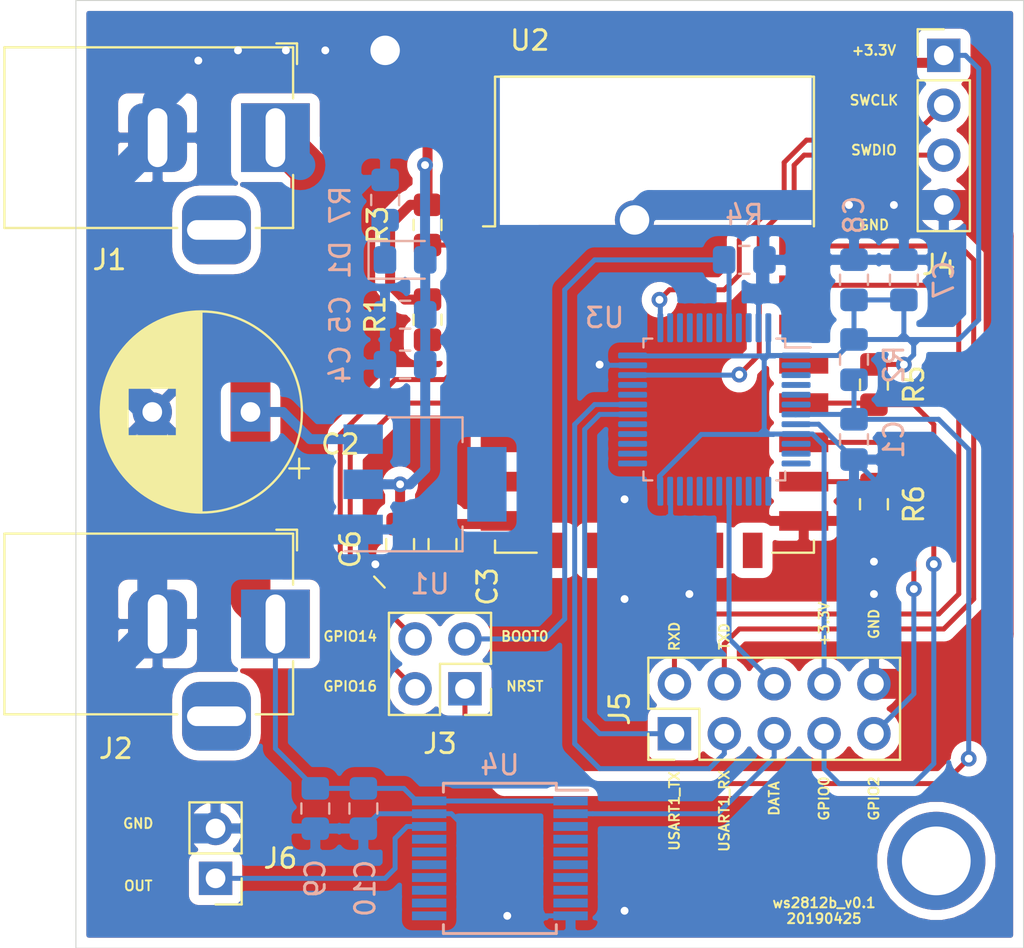
<source format=kicad_pcb>
(kicad_pcb (version 20171130) (host pcbnew "(5.1.0-0)")
  (layers (0 F.Cu signal) (31 B.Cu signal) (34 B.Paste user) (35 F.Paste user) (36 B.SilkS user) (37 F.SilkS user) (38 B.Mask user) (39 F.Mask user) (44 Edge.Cuts user))
  (net 0 "")
  (net 1 /NRST)
  (net 2 0)
  (net 3 +5V)
  (net 4 +3V3)
  (net 5 "Net-(D1-Pad1)")
  (net 6 /GPIO14)
  (net 7 /BOOT0)
  (net 8 /GPIO16)
  (net 9 /SWDIO)
  (net 10 /SWCLK)
  (net 11 "Net-(J6-Pad1)")
  (net 12 /TXD)
  (net 13 /RXD)
  (net 14 "Net-(R1-Pad2)")
  (net 15 /GPIO0)
  (net 16 /GPIO2)
  (net 17 /USART1_TX)
  (net 18 /USART1_RX)
  (net 19 "Net-(R3-Pad2)")
  (net 20 "Net-(R6-Pad1)")
  (net 21 "Net-(U2-Pad2)")
  (net 22 "Net-(U2-Pad6)")
  (net 23 "Net-(U2-Pad7)")
  (net 24 "Net-(U2-Pad9)")
  (net 25 "Net-(U2-Pad10)")
  (net 26 "Net-(U2-Pad11)")
  (net 27 "Net-(U2-Pad12)")
  (net 28 "Net-(U2-Pad13)")
  (net 29 "Net-(U2-Pad14)")
  (net 30 "Net-(U2-Pad19)")
  (net 31 "Net-(U2-Pad20)")
  (net 32 "Net-(U3-Pad2)")
  (net 33 "Net-(U3-Pad3)")
  (net 34 "Net-(U3-Pad4)")
  (net 35 "Net-(U3-Pad5)")
  (net 36 "Net-(U3-Pad6)")
  (net 37 "Net-(U3-Pad10)")
  (net 38 "Net-(U3-Pad11)")
  (net 39 "Net-(U3-Pad14)")
  (net 40 "Net-(U3-Pad15)")
  (net 41 "Net-(U3-Pad16)")
  (net 42 "Net-(U3-Pad18)")
  (net 43 "Net-(U3-Pad19)")
  (net 44 "Net-(U3-Pad20)")
  (net 45 "Net-(U3-Pad21)")
  (net 46 "Net-(U3-Pad22)")
  (net 47 "Net-(U3-Pad25)")
  (net 48 "Net-(U3-Pad26)")
  (net 49 "Net-(U3-Pad27)")
  (net 50 "Net-(U3-Pad28)")
  (net 51 "Net-(U3-Pad29)")
  (net 52 "Net-(U3-Pad32)")
  (net 53 "Net-(U3-Pad33)")
  (net 54 "Net-(U3-Pad38)")
  (net 55 "Net-(U3-Pad39)")
  (net 56 "Net-(U3-Pad40)")
  (net 57 "Net-(U3-Pad41)")
  (net 58 "Net-(U3-Pad42)")
  (net 59 "Net-(U3-Pad43)")
  (net 60 "Net-(U3-Pad45)")
  (net 61 "Net-(U3-Pad46)")
  (net 62 "Net-(U4-Pad3)")
  (net 63 "Net-(U4-Pad4)")
  (net 64 "Net-(U4-Pad5)")
  (net 65 "Net-(U4-Pad6)")
  (net 66 "Net-(U4-Pad7)")
  (net 67 "Net-(U4-Pad8)")
  (net 68 "Net-(U4-Pad9)")
  (net 69 "Net-(U4-Pad11)")
  (net 70 "Net-(U4-Pad12)")
  (net 71 "Net-(U4-Pad13)")
  (net 72 "Net-(U4-Pad14)")
  (net 73 "Net-(U4-Pad15)")
  (net 74 "Net-(U4-Pad16)")
  (net 75 "Net-(U4-Pad17)")
  (net 76 "Net-(U3-Pad12)")
  (net 77 "Net-(U3-Pad13)")
  (net 78 /DATA_OUT)
  (net 79 /DATA_IN)
  (module Package_QFP:LQFP-48_7x7mm_P0.5mm (layer B.Cu) (at 83.312 46.228 180)
    (fp_text reference U3 (at 5.588 4.6705 180) (layer B.SilkS) (effects (justify mirror)))
    (fp_text value STM32F103C8Tx)
    (pad 1 smd roundrect (at -4.1625 2.75 180) (size 1.475 0.3) (layers B.Cu B.Paste B.Mask) (net 4 +3V3))
    (pad 2 smd roundrect (at -4.1625 2.25 180) (size 1.475 0.3) (layers B.Cu B.Paste B.Mask) (net 32 "Net-(U3-Pad2)"))
    (pad 3 smd roundrect (at -4.1625 1.75 180) (size 1.475 0.3) (layers B.Cu B.Paste B.Mask) (net 33 "Net-(U3-Pad3)"))
    (pad 4 smd roundrect (at -4.1625 1.25 180) (size 1.475 0.3) (layers B.Cu B.Paste B.Mask) (net 34 "Net-(U3-Pad4)"))
    (pad 5 smd roundrect (at -4.1625 0.75 180) (size 1.475 0.3) (layers B.Cu B.Paste B.Mask) (net 35 "Net-(U3-Pad5)"))
    (pad 6 smd roundrect (at -4.1625 0.25 180) (size 1.475 0.3) (layers B.Cu B.Paste B.Mask) (net 36 "Net-(U3-Pad6)"))
    (pad 7 smd roundrect (at -4.1625 -0.25 180) (size 1.475 0.3) (layers B.Cu B.Paste B.Mask) (net 1 /NRST))
    (pad 8 smd roundrect (at -4.1625 -0.75 180) (size 1.475 0.3) (layers B.Cu B.Paste B.Mask) (net 2 0))
    (pad 9 smd roundrect (at -4.1625 -1.25 180) (size 1.475 0.3) (layers B.Cu B.Paste B.Mask) (net 4 +3V3))
    (pad 10 smd roundrect (at -4.1625 -1.75 180) (size 1.475 0.3) (layers B.Cu B.Paste B.Mask) (net 37 "Net-(U3-Pad10)"))
    (pad 11 smd roundrect (at -4.1625 -2.25 180) (size 1.475 0.3) (layers B.Cu B.Paste B.Mask) (net 38 "Net-(U3-Pad11)"))
    (pad 12 smd roundrect (at -4.1625 -2.75 180) (size 1.475 0.3) (layers B.Cu B.Paste B.Mask) (net 76 "Net-(U3-Pad12)"))
    (pad 13 smd roundrect (at -2.75 -4.1625 180) (size 0.3 1.475) (layers B.Cu B.Paste B.Mask) (net 77 "Net-(U3-Pad13)"))
    (pad 14 smd roundrect (at -2.25 -4.1625 180) (size 0.3 1.475) (layers B.Cu B.Paste B.Mask) (net 39 "Net-(U3-Pad14)"))
    (pad 15 smd roundrect (at -1.75 -4.1625 180) (size 0.3 1.475) (layers B.Cu B.Paste B.Mask) (net 40 "Net-(U3-Pad15)"))
    (pad 16 smd roundrect (at -1.25 -4.1625 180) (size 0.3 1.475) (layers B.Cu B.Paste B.Mask) (net 41 "Net-(U3-Pad16)"))
    (pad 17 smd roundrect (at -0.75 -4.1625 180) (size 0.3 1.475) (layers B.Cu B.Paste B.Mask) (net 79 /DATA_IN))
    (pad 18 smd roundrect (at -0.25 -4.1625 180) (size 0.3 1.475) (layers B.Cu B.Paste B.Mask) (net 42 "Net-(U3-Pad18)"))
    (pad 19 smd roundrect (at 0.25 -4.1625 180) (size 0.3 1.475) (layers B.Cu B.Paste B.Mask) (net 43 "Net-(U3-Pad19)"))
    (pad 20 smd roundrect (at 0.75 -4.1625 180) (size 0.3 1.475) (layers B.Cu B.Paste B.Mask) (net 44 "Net-(U3-Pad20)"))
    (pad 21 smd roundrect (at 1.25 -4.1625 180) (size 0.3 1.475) (layers B.Cu B.Paste B.Mask) (net 45 "Net-(U3-Pad21)"))
    (pad 22 smd roundrect (at 1.75 -4.1625 180) (size 0.3 1.475) (layers B.Cu B.Paste B.Mask) (net 46 "Net-(U3-Pad22)"))
    (pad 23 smd roundrect (at 2.25 -4.1625 180) (size 0.3 1.475) (layers B.Cu B.Paste B.Mask) (net 2 0))
    (pad 24 smd roundrect (at 2.75 -4.1625 180) (size 0.3 1.475) (layers B.Cu B.Paste B.Mask) (net 4 +3V3))
    (pad 25 smd roundrect (at 4.1625 -2.75 180) (size 1.475 0.3) (layers B.Cu B.Paste B.Mask) (net 47 "Net-(U3-Pad25)"))
    (pad 26 smd roundrect (at 4.1625 -2.25 180) (size 1.475 0.3) (layers B.Cu B.Paste B.Mask) (net 48 "Net-(U3-Pad26)"))
    (pad 27 smd roundrect (at 4.1625 -1.75 180) (size 1.475 0.3) (layers B.Cu B.Paste B.Mask) (net 49 "Net-(U3-Pad27)"))
    (pad 28 smd roundrect (at 4.1625 -1.25 180) (size 1.475 0.3) (layers B.Cu B.Paste B.Mask) (net 50 "Net-(U3-Pad28)"))
    (pad 29 smd roundrect (at 4.1625 -0.75 180) (size 1.475 0.3) (layers B.Cu B.Paste B.Mask) (net 51 "Net-(U3-Pad29)"))
    (pad 30 smd roundrect (at 4.1625 -0.25 180) (size 1.475 0.3) (layers B.Cu B.Paste B.Mask) (net 17 /USART1_TX))
    (pad 31 smd roundrect (at 4.1625 0.25 180) (size 1.475 0.3) (layers B.Cu B.Paste B.Mask) (net 18 /USART1_RX))
    (pad 32 smd roundrect (at 4.1625 0.75 180) (size 1.475 0.3) (layers B.Cu B.Paste B.Mask) (net 52 "Net-(U3-Pad32)"))
    (pad 33 smd roundrect (at 4.1625 1.25 180) (size 1.475 0.3) (layers B.Cu B.Paste B.Mask) (net 53 "Net-(U3-Pad33)"))
    (pad 34 smd roundrect (at 4.1625 1.75 180) (size 1.475 0.3) (layers B.Cu B.Paste B.Mask) (net 9 /SWDIO))
    (pad 35 smd roundrect (at 4.1625 2.25 180) (size 1.475 0.3) (layers B.Cu B.Paste B.Mask) (net 2 0))
    (pad 36 smd roundrect (at 4.1625 2.75 180) (size 1.475 0.3) (layers B.Cu B.Paste B.Mask) (net 4 +3V3))
    (pad 37 smd roundrect (at 2.75 4.1625 180) (size 0.3 1.475) (layers B.Cu B.Paste B.Mask) (net 10 /SWCLK))
    (pad 38 smd roundrect (at 2.25 4.1625 180) (size 0.3 1.475) (layers B.Cu B.Paste B.Mask) (net 54 "Net-(U3-Pad38)"))
    (pad 39 smd roundrect (at 1.75 4.1625 180) (size 0.3 1.475) (layers B.Cu B.Paste B.Mask) (net 55 "Net-(U3-Pad39)"))
    (pad 40 smd roundrect (at 1.25 4.1625 180) (size 0.3 1.475) (layers B.Cu B.Paste B.Mask) (net 56 "Net-(U3-Pad40)"))
    (pad 41 smd roundrect (at 0.75 4.1625 180) (size 0.3 1.475) (layers B.Cu B.Paste B.Mask) (net 57 "Net-(U3-Pad41)"))
    (pad 42 smd roundrect (at 0.25 4.1625 180) (size 0.3 1.475) (layers B.Cu B.Paste B.Mask) (net 58 "Net-(U3-Pad42)"))
    (pad 43 smd roundrect (at -0.25 4.1625 180) (size 0.3 1.475) (layers B.Cu B.Paste B.Mask) (net 59 "Net-(U3-Pad43)"))
    (pad 44 smd roundrect (at -0.75 4.1625 180) (size 0.3 1.475) (layers B.Cu B.Paste B.Mask) (net 7 /BOOT0))
    (pad 45 smd roundrect (at -1.25 4.1625 180) (size 0.3 1.475) (layers B.Cu B.Paste B.Mask) (net 60 "Net-(U3-Pad45)"))
    (pad 46 smd roundrect (at -1.75 4.1625 180) (size 0.3 1.475) (layers B.Cu B.Paste B.Mask) (net 61 "Net-(U3-Pad46)"))
    (pad 47 smd roundrect (at -2.25 4.1625 180) (size 0.3 1.475) (layers B.Cu B.Paste B.Mask) (net 2 0))
    (pad 48 smd roundrect (at -2.75 4.1625 180) (size 0.3 1.475) (layers B.Cu B.Paste B.Mask) (net 4 +3V3))
  )
  (module Connector_PinHeader_2.54mm:PinHeader_1x02_P2.54mm_Vertical (layer F.Cu) (at 57.912 70.104 180)
    (fp_text reference J6 (at -3.302 1.016 180) (layer F.SilkS))
    (fp_text value Conn_01x02)
    (pad 1 thru_hole rect (at 0 0 180) (size 1.7 1.7) (drill 1) (layers *.Cu *.Mask) (net 11 "Net-(J6-Pad1)"))
    (pad 2 thru_hole oval (at 0 2.54 180) (size 1.7 1.7) (drill 1) (layers *.Cu *.Mask) (net 2 0))
  )
  (module Capacitor_SMD:C_0805_2012Metric_Pad1.15x1.40mm_HandSolder (layer B.Cu) (at 90.424 47.752 270)
    (fp_text reference C1 (at 0 -2.032 270) (layer B.SilkS) (effects (justify mirror)))
    (fp_text value 0.1uF)
    (pad 1 smd roundrect (at -1.025 0 270) (size 1.15 1.4) (layers B.Cu B.Paste B.Mask) (roundrect_rratio 0.217391) (net 1 /NRST))
    (pad 2 smd roundrect (at 1.025 0 270) (size 1.15 1.4) (layers B.Cu B.Paste B.Mask) (roundrect_rratio 0.217391) (net 2 0))
  )
  (module Capacitor_THT:CP_Radial_D10.0mm_P5.00mm (layer F.Cu) (at 59.69 46.355 180)
    (fp_text reference C2 (at -4.572 -1.651) (layer F.SilkS))
    (fp_text value 470uF)
    (pad 1 thru_hole rect (at 0 0 180) (size 2 2) (drill 1) (layers *.Cu *.Mask) (net 3 +5V))
    (pad 2 thru_hole circle (at 5 0 180) (size 2 2) (drill 1) (layers *.Cu *.Mask) (net 2 0))
  )
  (module Capacitor_SMD:C_0805_2012Metric_Pad1.15x1.40mm_HandSolder (layer F.Cu) (at 69.469 53.086 270)
    (fp_text reference C3 (at 2.159 -2.286 90) (layer F.SilkS))
    (fp_text value 10uF)
    (pad 2 smd roundrect (at 1.025 0 270) (size 1.15 1.4) (layers F.Cu F.Paste F.Mask) (roundrect_rratio 0.217391) (net 2 0))
    (pad 1 smd roundrect (at -1.025 0 270) (size 1.15 1.4) (layers F.Cu F.Paste F.Mask) (roundrect_rratio 0.217391) (net 4 +3V3))
  )
  (module Capacitor_SMD:C_0805_2012Metric_Pad1.15x1.40mm_HandSolder (layer B.Cu) (at 67.564 43.942 180)
    (fp_text reference C4 (at 3.302 0 270) (layer B.SilkS) (effects (justify mirror)))
    (fp_text value 10uF)
    (pad 2 smd roundrect (at 1.025 0 180) (size 1.15 1.4) (layers B.Cu B.Paste B.Mask) (roundrect_rratio 0.217391) (net 2 0))
    (pad 1 smd roundrect (at -1.025 0 180) (size 1.15 1.4) (layers B.Cu B.Paste B.Mask) (roundrect_rratio 0.217391) (net 4 +3V3))
  )
  (module Capacitor_SMD:C_0805_2012Metric_Pad1.15x1.40mm_HandSolder (layer B.Cu) (at 67.564 41.402 180)
    (fp_text reference C5 (at 3.302 0 270) (layer B.SilkS) (effects (justify mirror)))
    (fp_text value 0.1uf)
    (pad 1 smd roundrect (at -1.025 0 180) (size 1.15 1.4) (layers B.Cu B.Paste B.Mask) (roundrect_rratio 0.217391) (net 4 +3V3))
    (pad 2 smd roundrect (at 1.025 0 180) (size 1.15 1.4) (layers B.Cu B.Paste B.Mask) (roundrect_rratio 0.217391) (net 2 0))
  )
  (module Capacitor_SMD:C_0805_2012Metric_Pad1.15x1.40mm_HandSolder (layer F.Cu) (at 67.31 53.086 270)
    (fp_text reference C6 (at 0.254 2.54 90) (layer F.SilkS))
    (fp_text value 0.1uF)
    (pad 1 smd roundrect (at -1.025 0 270) (size 1.15 1.4) (layers F.Cu F.Paste F.Mask) (roundrect_rratio 0.217391) (net 4 +3V3))
    (pad 2 smd roundrect (at 1.025 0 270) (size 1.15 1.4) (layers F.Cu F.Paste F.Mask) (roundrect_rratio 0.217391) (net 2 0))
  )
  (module Capacitor_SMD:C_0805_2012Metric_Pad1.15x1.40mm_HandSolder (layer B.Cu) (at 92.964 39.624 90)
    (fp_text reference C7 (at 0 2.032 90) (layer B.SilkS) (effects (justify mirror)))
    (fp_text value 10uF)
    (pad 2 smd roundrect (at 1.025 0 90) (size 1.15 1.4) (layers B.Cu B.Paste B.Mask) (roundrect_rratio 0.217391) (net 2 0))
    (pad 1 smd roundrect (at -1.025 0 90) (size 1.15 1.4) (layers B.Cu B.Paste B.Mask) (roundrect_rratio 0.217391) (net 4 +3V3))
  )
  (module Capacitor_SMD:C_0805_2012Metric_Pad1.15x1.40mm_HandSolder (layer B.Cu) (at 90.424 39.624 90)
    (fp_text reference C8 (at 3.302 0 90) (layer B.SilkS) (effects (justify mirror)))
    (fp_text value 0.1uF)
    (pad 1 smd roundrect (at -1.025 0 90) (size 1.15 1.4) (layers B.Cu B.Paste B.Mask) (roundrect_rratio 0.217391) (net 4 +3V3))
    (pad 2 smd roundrect (at 1.025 0 90) (size 1.15 1.4) (layers B.Cu B.Paste B.Mask) (roundrect_rratio 0.217391) (net 2 0))
  )
  (module Capacitor_SMD:C_0805_2012Metric_Pad1.15x1.40mm_HandSolder (layer B.Cu) (at 62.992 66.548 270)
    (fp_text reference C9 (at 3.556 0 270) (layer B.SilkS) (effects (justify mirror)))
    (fp_text value 10uF)
    (pad 2 smd roundrect (at 1.025 0 270) (size 1.15 1.4) (layers B.Cu B.Paste B.Mask) (roundrect_rratio 0.217391) (net 2 0))
    (pad 1 smd roundrect (at -1.025 0 270) (size 1.15 1.4) (layers B.Cu B.Paste B.Mask) (roundrect_rratio 0.217391) (net 3 +5V))
  )
  (module Capacitor_SMD:C_0805_2012Metric_Pad1.15x1.40mm_HandSolder (layer B.Cu) (at 65.438999 66.548 270)
    (fp_text reference C10 (at 4.064 -0.093001 270) (layer B.SilkS) (effects (justify mirror)))
    (fp_text value 0.1uF)
    (pad 1 smd roundrect (at -1.025 0 270) (size 1.15 1.4) (layers B.Cu B.Paste B.Mask) (roundrect_rratio 0.217391) (net 3 +5V))
    (pad 2 smd roundrect (at 1.025 0 270) (size 1.15 1.4) (layers B.Cu B.Paste B.Mask) (roundrect_rratio 0.217391) (net 2 0))
  )
  (module LED_SMD:LED_0805_2012Metric_Pad1.15x1.40mm_HandSolder (layer B.Cu) (at 67.564 38.608)
    (fp_text reference D1 (at -3.302 0 270) (layer B.SilkS) (effects (justify mirror)))
    (fp_text value LED)
    (pad 1 smd roundrect (at -1.025 0) (size 1.15 1.4) (layers B.Cu B.Paste B.Mask) (roundrect_rratio 0.217391) (net 5 "Net-(D1-Pad1)"))
    (pad 2 smd roundrect (at 1.025 0) (size 1.15 1.4) (layers B.Cu B.Paste B.Mask) (roundrect_rratio 0.217391) (net 4 +3V3))
  )
  (module Connector_BarrelJack:BarrelJack_Horizontal (layer F.Cu) (at 60.96 32.385)
    (fp_text reference J1 (at -8.45 6.223) (layer F.SilkS))
    (fp_text value Jack-DC)
    (pad 1 thru_hole rect (at 0 0) (size 3.5 3.5) (drill oval 1 3) (layers *.Cu *.Mask) (net 3 +5V))
    (pad 2 thru_hole roundrect (at -6 0) (size 3 3.5) (drill oval 1 3) (layers *.Cu *.Mask) (net 2 0))
    (pad 3 thru_hole roundrect (at -3 4.7) (size 3.5 3.5) (drill oval 3 1) (layers *.Cu *.Mask))
  )
  (module Connector_BarrelJack:BarrelJack_Horizontal (layer F.Cu) (at 60.96 57.15)
    (fp_text reference J2 (at -8.128 6.35) (layer F.SilkS))
    (fp_text value Jack-DC)
    (pad 3 thru_hole roundrect (at -3 4.7) (size 3.5 3.5) (drill oval 3 1) (layers *.Cu *.Mask))
    (pad 2 thru_hole roundrect (at -6 0) (size 3 3.5) (drill oval 1 3) (layers *.Cu *.Mask) (net 2 0))
    (pad 1 thru_hole rect (at 0 0) (size 3.5 3.5) (drill oval 1 3) (layers *.Cu *.Mask) (net 3 +5V))
  )
  (module Connector_PinHeader_2.54mm:PinHeader_2x02_P2.54mm_Vertical (layer F.Cu) (at 70.612 60.452 180)
    (fp_text reference J3 (at 1.27 -2.794 180) (layer F.SilkS))
    (fp_text value Conn_02x02_Top_Bottom)
    (pad 4 thru_hole oval (at 2.54 2.54 180) (size 1.7 1.7) (drill 1) (layers *.Cu *.Mask) (net 6 /GPIO14))
    (pad 3 thru_hole oval (at 0 2.54 180) (size 1.7 1.7) (drill 1) (layers *.Cu *.Mask) (net 7 /BOOT0))
    (pad 2 thru_hole oval (at 2.54 0 180) (size 1.7 1.7) (drill 1) (layers *.Cu *.Mask) (net 8 /GPIO16))
    (pad 1 thru_hole rect (at 0 0 180) (size 1.7 1.7) (drill 1) (layers *.Cu *.Mask) (net 1 /NRST))
  )
  (module Connector_PinHeader_2.54mm:PinHeader_1x04_P2.54mm_Vertical (layer F.Cu) (at 94.996 28.194)
    (fp_text reference J4 (at -0.254 10.668) (layer F.SilkS))
    (fp_text value Conn_01x04)
    (pad 4 thru_hole oval (at 0 7.62) (size 1.7 1.7) (drill 1) (layers *.Cu *.Mask) (net 2 0))
    (pad 3 thru_hole oval (at 0 5.08) (size 1.7 1.7) (drill 1) (layers *.Cu *.Mask) (net 9 /SWDIO))
    (pad 2 thru_hole oval (at 0 2.54) (size 1.7 1.7) (drill 1) (layers *.Cu *.Mask) (net 10 /SWCLK))
    (pad 1 thru_hole rect (at 0 0) (size 1.7 1.7) (drill 1) (layers *.Cu *.Mask) (net 4 +3V3))
  )
  (module Resistor_SMD:R_0805_2012Metric_Pad1.15x1.40mm_HandSolder (layer F.Cu) (at 68.707 41.656 270)
    (fp_text reference R1 (at -0.254 2.667 270) (layer F.SilkS))
    (fp_text value 10k)
    (pad 2 smd roundrect (at 1.025 0 270) (size 1.15 1.4) (layers F.Cu F.Paste F.Mask) (roundrect_rratio 0.217391) (net 14 "Net-(R1-Pad2)"))
    (pad 1 smd roundrect (at -1.025 0 270) (size 1.15 1.4) (layers F.Cu F.Paste F.Mask) (roundrect_rratio 0.217391) (net 4 +3V3))
  )
  (module Resistor_SMD:R_0805_2012Metric_Pad1.15x1.40mm_HandSolder (layer B.Cu) (at 90.424 43.688 270)
    (fp_text reference R2 (at 0.254 -2.032 270) (layer B.SilkS) (effects (justify mirror)))
    (fp_text value 10K)
    (pad 1 smd roundrect (at -1.025 0 270) (size 1.15 1.4) (layers B.Cu B.Paste B.Mask) (roundrect_rratio 0.217391) (net 4 +3V3))
    (pad 2 smd roundrect (at 1.025 0 270) (size 1.15 1.4) (layers B.Cu B.Paste B.Mask) (roundrect_rratio 0.217391) (net 1 /NRST))
  )
  (module Resistor_SMD:R_0805_2012Metric_Pad1.15x1.40mm_HandSolder (layer F.Cu) (at 68.707 36.83 270)
    (fp_text reference R3 (at 0 2.54 270) (layer F.SilkS))
    (fp_text value 10k)
    (pad 1 smd roundrect (at -1.025 0 270) (size 1.15 1.4) (layers F.Cu F.Paste F.Mask) (roundrect_rratio 0.217391) (net 4 +3V3))
    (pad 2 smd roundrect (at 1.025 0 270) (size 1.15 1.4) (layers F.Cu F.Paste F.Mask) (roundrect_rratio 0.217391) (net 19 "Net-(R3-Pad2)"))
  )
  (module Resistor_SMD:R_0805_2012Metric_Pad1.15x1.40mm_HandSolder (layer B.Cu) (at 84.836 38.608)
    (fp_text reference R4 (at 0 -2.286) (layer B.SilkS) (effects (justify mirror)))
    (fp_text value 10k)
    (pad 1 smd roundrect (at -1.025 0) (size 1.15 1.4) (layers B.Cu B.Paste B.Mask) (roundrect_rratio 0.217391) (net 7 /BOOT0))
    (pad 2 smd roundrect (at 1.025 0) (size 1.15 1.4) (layers B.Cu B.Paste B.Mask) (roundrect_rratio 0.217391) (net 2 0))
  )
  (module Resistor_SMD:R_0805_2012Metric_Pad1.15x1.40mm_HandSolder (layer F.Cu) (at 91.44 44.958 270)
    (fp_text reference R5 (at 0 -2.032 270) (layer F.SilkS))
    (fp_text value 10k)
    (pad 2 smd roundrect (at 1.025 0 270) (size 1.15 1.4) (layers F.Cu F.Paste F.Mask) (roundrect_rratio 0.217391) (net 15 /GPIO0))
    (pad 1 smd roundrect (at -1.025 0 270) (size 1.15 1.4) (layers F.Cu F.Paste F.Mask) (roundrect_rratio 0.217391) (net 4 +3V3))
  )
  (module Resistor_SMD:R_0805_2012Metric_Pad1.15x1.40mm_HandSolder (layer F.Cu) (at 91.44 51.054 270)
    (fp_text reference R6 (at 0 -2.032 270) (layer F.SilkS))
    (fp_text value 10k)
    (pad 1 smd roundrect (at -1.025 0 270) (size 1.15 1.4) (layers F.Cu F.Paste F.Mask) (roundrect_rratio 0.217391) (net 20 "Net-(R6-Pad1)"))
    (pad 2 smd roundrect (at 1.025 0 270) (size 1.15 1.4) (layers F.Cu F.Paste F.Mask) (roundrect_rratio 0.217391) (net 2 0))
  )
  (module Resistor_SMD:R_0805_2012Metric_Pad1.15x1.40mm_HandSolder (layer B.Cu) (at 66.548 35.56 90)
    (fp_text reference R7 (at -0.254 -2.286 90) (layer B.SilkS) (effects (justify mirror)))
    (fp_text value 10k)
    (pad 2 smd roundrect (at 1.025 0 90) (size 1.15 1.4) (layers B.Cu B.Paste B.Mask) (roundrect_rratio 0.217391) (net 2 0))
    (pad 1 smd roundrect (at -1.025 0 90) (size 1.15 1.4) (layers B.Cu B.Paste B.Mask) (roundrect_rratio 0.217391) (net 5 "Net-(D1-Pad1)"))
  )
  (module Package_TO_SOT_SMD:SOT-223 (layer B.Cu) (at 68.58 50.038)
    (fp_text reference U1 (at 0.254 5.08) (layer B.SilkS) (effects (justify mirror)))
    (fp_text value AMS1117-3.3)
    (pad 4 smd rect (at 3.15 0) (size 2 3.8) (layers B.Cu B.Paste B.Mask))
    (pad 2 smd rect (at -3.15 0) (size 2 1.5) (layers B.Cu B.Paste B.Mask) (net 4 +3V3))
    (pad 3 smd rect (at -3.15 -2.3) (size 2 1.5) (layers B.Cu B.Paste B.Mask) (net 3 +5V))
    (pad 1 smd rect (at -3.15 2.3) (size 2 1.5) (layers B.Cu B.Paste B.Mask) (net 2 0))
  )
  (module Package_SO:SSOP-20_5.3x7.2mm_P0.65mm (layer B.Cu) (at 72.39 69.088 180)
    (fp_text reference U4 (at 0 4.75 180) (layer B.SilkS) (effects (justify mirror)))
    (fp_text value 74HC245)
    (pad 1 smd rect (at -3.6 2.925 180) (size 1.75 0.45) (layers B.Cu B.Paste B.Mask) (net 3 +5V))
    (pad 2 smd rect (at -3.6 2.275 180) (size 1.75 0.45) (layers B.Cu B.Paste B.Mask) (net 78 /DATA_OUT))
    (pad 3 smd rect (at -3.6 1.625 180) (size 1.75 0.45) (layers B.Cu B.Paste B.Mask) (net 62 "Net-(U4-Pad3)"))
    (pad 4 smd rect (at -3.6 0.975 180) (size 1.75 0.45) (layers B.Cu B.Paste B.Mask) (net 63 "Net-(U4-Pad4)"))
    (pad 5 smd rect (at -3.6 0.325 180) (size 1.75 0.45) (layers B.Cu B.Paste B.Mask) (net 64 "Net-(U4-Pad5)"))
    (pad 6 smd rect (at -3.6 -0.325 180) (size 1.75 0.45) (layers B.Cu B.Paste B.Mask) (net 65 "Net-(U4-Pad6)"))
    (pad 7 smd rect (at -3.6 -0.975 180) (size 1.75 0.45) (layers B.Cu B.Paste B.Mask) (net 66 "Net-(U4-Pad7)"))
    (pad 8 smd rect (at -3.6 -1.625 180) (size 1.75 0.45) (layers B.Cu B.Paste B.Mask) (net 67 "Net-(U4-Pad8)"))
    (pad 9 smd rect (at -3.6 -2.275 180) (size 1.75 0.45) (layers B.Cu B.Paste B.Mask) (net 68 "Net-(U4-Pad9)"))
    (pad 10 smd rect (at -3.6 -2.925 180) (size 1.75 0.45) (layers B.Cu B.Paste B.Mask) (net 2 0))
    (pad 11 smd rect (at 3.6 -2.925 180) (size 1.75 0.45) (layers B.Cu B.Paste B.Mask) (net 69 "Net-(U4-Pad11)"))
    (pad 12 smd rect (at 3.6 -2.275 180) (size 1.75 0.45) (layers B.Cu B.Paste B.Mask) (net 70 "Net-(U4-Pad12)"))
    (pad 13 smd rect (at 3.6 -1.625 180) (size 1.75 0.45) (layers B.Cu B.Paste B.Mask) (net 71 "Net-(U4-Pad13)"))
    (pad 14 smd rect (at 3.6 -0.975 180) (size 1.75 0.45) (layers B.Cu B.Paste B.Mask) (net 72 "Net-(U4-Pad14)"))
    (pad 15 smd rect (at 3.6 -0.325 180) (size 1.75 0.45) (layers B.Cu B.Paste B.Mask) (net 73 "Net-(U4-Pad15)"))
    (pad 16 smd rect (at 3.6 0.325 180) (size 1.75 0.45) (layers B.Cu B.Paste B.Mask) (net 74 "Net-(U4-Pad16)"))
    (pad 17 smd rect (at 3.6 0.975 180) (size 1.75 0.45) (layers B.Cu B.Paste B.Mask) (net 75 "Net-(U4-Pad17)"))
    (pad 18 smd rect (at 3.6 1.625 180) (size 1.75 0.45) (layers B.Cu B.Paste B.Mask) (net 11 "Net-(J6-Pad1)"))
    (pad 19 smd rect (at 3.6 2.275 180) (size 1.75 0.45) (layers B.Cu B.Paste B.Mask) (net 2 0))
    (pad 20 smd rect (at 3.6 2.925 180) (size 1.75 0.45) (layers B.Cu B.Paste B.Mask) (net 3 +5V))
  )
  (module RF_Module:ESP-12E (layer F.Cu) (at 80.264 41.402)
    (fp_text reference U2 (at -6.35 -13.97) (layer F.SilkS))
    (fp_text value ESP-12F)
    (pad 1 smd rect (at -7.6 -3.5) (size 2.5 1) (layers F.Cu F.Paste F.Mask) (net 19 "Net-(R3-Pad2)"))
    (pad 2 smd rect (at -7.6 -1.5) (size 2.5 1) (layers F.Cu F.Paste F.Mask) (net 21 "Net-(U2-Pad2)"))
    (pad 3 smd rect (at -7.6 0.5) (size 2.5 1) (layers F.Cu F.Paste F.Mask) (net 14 "Net-(R1-Pad2)"))
    (pad 4 smd rect (at -7.6 2.5) (size 2.5 1) (layers F.Cu F.Paste F.Mask) (net 8 /GPIO16))
    (pad 5 smd rect (at -7.6 4.5) (size 2.5 1) (layers F.Cu F.Paste F.Mask) (net 6 /GPIO14))
    (pad 6 smd rect (at -7.6 6.5) (size 2.5 1) (layers F.Cu F.Paste F.Mask) (net 22 "Net-(U2-Pad6)"))
    (pad 7 smd rect (at -7.6 8.5) (size 2.5 1) (layers F.Cu F.Paste F.Mask) (net 23 "Net-(U2-Pad7)"))
    (pad 8 smd rect (at -7.6 10.5) (size 2.5 1) (layers F.Cu F.Paste F.Mask) (net 4 +3V3))
    (pad 9 smd rect (at -5 12) (size 1 1.8) (layers F.Cu F.Paste F.Mask) (net 24 "Net-(U2-Pad9)"))
    (pad 10 smd rect (at -3 12) (size 1 1.8) (layers F.Cu F.Paste F.Mask) (net 25 "Net-(U2-Pad10)"))
    (pad 11 smd rect (at -1 12) (size 1 1.8) (layers F.Cu F.Paste F.Mask) (net 26 "Net-(U2-Pad11)"))
    (pad 12 smd rect (at 1 12) (size 1 1.8) (layers F.Cu F.Paste F.Mask) (net 27 "Net-(U2-Pad12)"))
    (pad 13 smd rect (at 3 12) (size 1 1.8) (layers F.Cu F.Paste F.Mask) (net 28 "Net-(U2-Pad13)"))
    (pad 14 smd rect (at 5 12) (size 1 1.8) (layers F.Cu F.Paste F.Mask) (net 29 "Net-(U2-Pad14)"))
    (pad 15 smd rect (at 7.6 10.5) (size 2.5 1) (layers F.Cu F.Paste F.Mask) (net 2 0))
    (pad 16 smd rect (at 7.6 8.5) (size 2.5 1) (layers F.Cu F.Paste F.Mask) (net 20 "Net-(R6-Pad1)"))
    (pad 17 smd rect (at 7.6 6.5) (size 2.5 1) (layers F.Cu F.Paste F.Mask) (net 16 /GPIO2))
    (pad 18 smd rect (at 7.6 4.5) (size 2.5 1) (layers F.Cu F.Paste F.Mask) (net 15 /GPIO0))
    (pad 19 smd rect (at 7.6 2.5) (size 2.5 1) (layers F.Cu F.Paste F.Mask) (net 30 "Net-(U2-Pad19)"))
    (pad 20 smd rect (at 7.6 0.5) (size 2.5 1) (layers F.Cu F.Paste F.Mask) (net 31 "Net-(U2-Pad20)"))
    (pad 21 smd rect (at 7.6 -1.5) (size 2.5 1) (layers F.Cu F.Paste F.Mask) (net 13 /RXD))
    (pad 22 smd rect (at 7.6 -3.5) (size 2.5 1) (layers F.Cu F.Paste F.Mask) (net 12 /TXD))
  )
  (module Connector_PinHeader_2.54mm:PinHeader_2x05_P2.54mm_Vertical (layer F.Cu) (at 81.28 62.738 90)
    (fp_text reference J5 (at 1.27 -2.794 90) (layer F.SilkS))
    (fp_text value Conn_02x05_Top_Bottom)
    (pad 1 thru_hole rect (at 0 0 90) (size 1.7 1.7) (drill 1) (layers *.Cu *.Mask) (net 17 /USART1_TX))
    (pad 2 thru_hole oval (at 2.54 0 90) (size 1.7 1.7) (drill 1) (layers *.Cu *.Mask) (net 13 /RXD))
    (pad 3 thru_hole oval (at 0 2.54 90) (size 1.7 1.7) (drill 1) (layers *.Cu *.Mask) (net 18 /USART1_RX))
    (pad 4 thru_hole oval (at 2.54 2.54 90) (size 1.7 1.7) (drill 1) (layers *.Cu *.Mask) (net 12 /TXD))
    (pad 5 thru_hole oval (at 0 5.08 90) (size 1.7 1.7) (drill 1) (layers *.Cu *.Mask) (net 78 /DATA_OUT))
    (pad 6 thru_hole oval (at 2.54 5.08 90) (size 1.7 1.7) (drill 1) (layers *.Cu *.Mask) (net 79 /DATA_IN))
    (pad 7 thru_hole oval (at 0 7.62 90) (size 1.7 1.7) (drill 1) (layers *.Cu *.Mask) (net 15 /GPIO0))
    (pad 8 thru_hole oval (at 2.54 7.62 90) (size 1.7 1.7) (drill 1) (layers *.Cu *.Mask) (net 4 +3V3))
    (pad 9 thru_hole oval (at 0 10.16 90) (size 1.7 1.7) (drill 1) (layers *.Cu *.Mask) (net 16 /GPIO2))
    (pad 10 thru_hole oval (at 2.54 10.16 90) (size 1.7 1.7) (drill 1) (layers *.Cu *.Mask) (net 2 0))
  )
  (gr_text GND (at 91.44 36.83) (layer F.SilkS) (effects (font (size 0.5 0.5) (thickness 0.1))))
  (gr_text SWDIO (at 91.44 33.02) (layer F.SilkS) (effects (font (size 0.5 0.5) (thickness 0.1))))
  (gr_text SWCLK (at 91.44 30.48) (layer F.SilkS) (effects (font (size 0.5 0.5) (thickness 0.1))))
  (gr_text +3.3V (at 91.44 27.94) (layer F.SilkS) (effects (font (size 0.5 0.5) (thickness 0.1))))
  (gr_text OUT (at 53.975 70.485) (layer F.SilkS) (effects (font (size 0.5 0.5) (thickness 0.1))))
  (gr_text GND (at 53.975 67.31) (layer F.SilkS) (effects (font (size 0.5 0.5) (thickness 0.1))))
  (gr_text GPIO16 (at 64.77 60.325) (layer F.SilkS) (effects (font (size 0.5 0.5) (thickness 0.1))))
  (gr_text GPIO14 (at 64.77 57.785) (layer F.SilkS) (effects (font (size 0.5 0.5) (thickness 0.1))))
  (gr_text NRST (at 73.66 60.325) (layer F.SilkS) (effects (font (size 0.5 0.5) (thickness 0.1))))
  (gr_text BOOT0 (at 73.66 57.785) (layer F.SilkS) (effects (font (size 0.5 0.5) (thickness 0.1))))
  (gr_text GND (at 91.44 57.15 90) (layer F.SilkS) (effects (font (size 0.5 0.5) (thickness 0.1))))
  (gr_text +3.3V (at 88.9 57.15 90) (layer F.SilkS) (effects (font (size 0.5 0.5) (thickness 0.1))))
  (gr_text RXD (at 81.28 57.785 90) (layer F.SilkS) (effects (font (size 0.5 0.5) (thickness 0.1))))
  (gr_text TXD (at 83.82 57.785 90) (layer F.SilkS) (effects (font (size 0.5 0.5) (thickness 0.1))))
  (gr_text GPIO2 (at 91.44 66.04 90) (layer F.SilkS) (effects (font (size 0.5 0.5) (thickness 0.1))))
  (gr_text GPIO0 (at 88.9 66.04 90) (layer F.SilkS) (effects (font (size 0.5 0.5) (thickness 0.1))))
  (gr_text DATA (at 86.36 66.04 90) (layer F.SilkS) (effects (font (size 0.5 0.5) (thickness 0.1))))
  (gr_text USART1_RX (at 83.82 66.675 90) (layer F.SilkS) (effects (font (size 0.5 0.5) (thickness 0.1))))
  (gr_text USART1_TX (at 81.28 66.675 90) (layer F.SilkS) (effects (font (size 0.5 0.5) (thickness 0.1))))
  (gr_text "ws2812b_v0.1\n20190425" (at 88.9 71.755) (layer F.SilkS) (effects (font (size 0.5 0.5) (thickness 0.1))))
  (gr_line (start 66.5226 55.2958) (end 65.9892 54.737) (layer F.SilkS) (width 0.12))
  (gr_line (start 99.06 25.4) (end 50.8 25.4) (layer Edge.Cuts) (width 0.05))
  (gr_line (start 99.06 73.66) (end 99.06 25.4) (layer Edge.Cuts) (width 0.05))
  (gr_line (start 50.8 73.66) (end 99.06 73.66) (layer Edge.Cuts) (width 0.05))
  (gr_line (start 50.8 25.4) (end 50.8 73.66) (layer Edge.Cuts) (width 0.05))
  (via (at 94.615 69.215) (size 5) (drill 3.5) (layers F.Cu B.Cu) (net 0))
  (segment (start 66.548 55.2704) (end 66.4972 55.2704) (width 0.254) (layer F.Cu) (net 0))
  (segment (start 87.45151 46.50099) (end 87.4745 46.478) (width 0.254) (layer B.Cu) (net 1))
  (segment (start 90.175 46.478) (end 90.424 46.727) (width 0.254) (layer B.Cu) (net 1))
  (segment (start 87.4745 46.478) (end 90.175 46.478) (width 0.254) (layer B.Cu) (net 1))
  (segment (start 90.424 44.713) (end 90.424 46.727) (width 0.254) (layer B.Cu) (net 1))
  (segment (start 70.612 60.452) (end 70.612 61.556) (width 0.254) (layer F.Cu) (net 1))
  (segment (start 70.612 61.556) (end 70.612 63.246) (width 0.254) (layer F.Cu) (net 1))
  (segment (start 70.612 63.246) (end 72.644 65.278) (width 0.254) (layer F.Cu) (net 1))
  (segment (start 72.644 65.278) (end 94.996 65.278) (width 0.254) (layer F.Cu) (net 1))
  (segment (start 94.996 65.278) (end 96.266 64.008) (width 0.254) (layer F.Cu) (net 1))
  (segment (start 96.266 64.008) (end 96.266 64.008) (width 0.254) (layer F.Cu) (net 1))
  (via (at 96.266 64.008) (size 0.8) (drill 0.4) (layers F.Cu B.Cu) (net 1))
  (segment (start 96.266 64.008) (end 96.266 48.26) (width 0.254) (layer B.Cu) (net 1))
  (segment (start 94.733 46.727) (end 90.424 46.727) (width 0.254) (layer B.Cu) (net 1))
  (segment (start 96.266 48.26) (end 94.733 46.727) (width 0.254) (layer B.Cu) (net 1))
  (segment (start 91.263 51.902) (end 91.44 52.079) (width 0.254) (layer F.Cu) (net 2))
  (segment (start 87.864 51.902) (end 91.263 51.902) (width 0.254) (layer F.Cu) (net 2))
  (segment (start 88.625 46.978) (end 90.424 48.777) (width 0.254) (layer B.Cu) (net 2))
  (segment (start 87.4745 46.978) (end 88.625 46.978) (width 0.254) (layer B.Cu) (net 2))
  (segment (start 81.062 50.836) (end 81.08499 50.85899) (width 0.254) (layer B.Cu) (net 2))
  (segment (start 81.062 50.3905) (end 81.062 50.836) (width 0.254) (layer B.Cu) (net 2))
  (segment (start 54.69 46.355) (end 52.832 44.497) (width 1.524) (layer B.Cu) (net 2))
  (segment (start 52.832 34.513) (end 54.96 32.385) (width 1.524) (layer B.Cu) (net 2))
  (segment (start 52.832 44.497) (end 52.832 34.513) (width 1.524) (layer B.Cu) (net 2))
  (segment (start 54.69 56.88) (end 54.96 57.15) (width 1.524) (layer B.Cu) (net 2))
  (segment (start 54.356 67.564) (end 57.912 67.564) (width 1.524) (layer B.Cu) (net 2))
  (segment (start 53.086 66.294) (end 54.356 67.564) (width 1.524) (layer B.Cu) (net 2))
  (segment (start 54.96 57.15) (end 53.086 59.024) (width 1.524) (layer B.Cu) (net 2))
  (segment (start 53.086 59.024) (end 53.086 66.294) (width 1.524) (layer B.Cu) (net 2))
  (segment (start 66.198999 66.813) (end 65.438999 67.573) (width 0.254) (layer B.Cu) (net 2))
  (segment (start 68.79 66.813) (end 66.198999 66.813) (width 0.254) (layer B.Cu) (net 2))
  (segment (start 69.919 66.813) (end 70.612 67.506) (width 0.254) (layer B.Cu) (net 2))
  (segment (start 68.79 66.813) (end 69.919 66.813) (width 0.254) (layer B.Cu) (net 2))
  (segment (start 70.612 67.506) (end 70.612 71.374) (width 0.254) (layer B.Cu) (net 2))
  (segment (start 71.251 72.013) (end 72.767 72.013) (width 0.254) (layer B.Cu) (net 2))
  (segment (start 70.612 71.374) (end 71.251 72.013) (width 0.254) (layer B.Cu) (net 2))
  (segment (start 65.748 34.535) (end 64.516 35.767) (width 0.508) (layer B.Cu) (net 2))
  (segment (start 66.548 34.535) (end 65.748 34.535) (width 0.508) (layer B.Cu) (net 2))
  (segment (start 64.516 35.767) (end 64.516 42.926) (width 0.508) (layer B.Cu) (net 2))
  (segment (start 65.532 43.942) (end 66.539 43.942) (width 0.508) (layer B.Cu) (net 2))
  (segment (start 64.516 42.926) (end 65.532 43.942) (width 0.508) (layer B.Cu) (net 2))
  (segment (start 68.698 54.102) (end 68.707 54.111) (width 0.508) (layer F.Cu) (net 2))
  (segment (start 54.96 30.535) (end 55.4475 30.0475) (width 1.524) (layer B.Cu) (net 2))
  (segment (start 54.96 32.385) (end 54.96 30.535) (width 1.524) (layer B.Cu) (net 2))
  (segment (start 57.555 27.94) (end 59.055 27.94) (width 1.524) (layer B.Cu) (net 2))
  (segment (start 89.408 27.94) (end 91.44 29.972) (width 1.524) (layer B.Cu) (net 2))
  (segment (start 91.44 29.972) (end 91.44 34.544) (width 1.524) (layer B.Cu) (net 2))
  (segment (start 92.71 35.814) (end 94.996 35.814) (width 1.524) (layer B.Cu) (net 2))
  (segment (start 91.44 34.544) (end 92.71 35.814) (width 1.524) (layer B.Cu) (net 2))
  (segment (start 66.548 27.94) (end 89.408 27.94) (width 1.524) (layer B.Cu) (net 2))
  (via (at 66.548 27.94) (size 2) (drill 1.5) (layers F.Cu B.Cu) (net 2))
  (segment (start 66.548 34.535) (end 66.548 27.94) (width 0.508) (layer B.Cu) (net 2))
  (segment (start 85.562 38.907) (end 85.861 38.608) (width 0.254) (layer B.Cu) (net 2))
  (segment (start 85.562 42.0655) (end 85.562 38.907) (width 0.254) (layer B.Cu) (net 2))
  (segment (start 85.861 38.608) (end 94.488 38.608) (width 0.508) (layer B.Cu) (net 2))
  (segment (start 94.996 38.1) (end 94.996 35.814) (width 0.508) (layer B.Cu) (net 2))
  (segment (start 94.488 38.608) (end 94.996 38.1) (width 0.508) (layer B.Cu) (net 2))
  (segment (start 54.69 52.404) (end 54.756 52.338) (width 1.524) (layer B.Cu) (net 2))
  (segment (start 55.8 52.338) (end 54.69 51.228) (width 1.524) (layer B.Cu) (net 2))
  (segment (start 55.866 52.338) (end 55.8 52.338) (width 1.524) (layer B.Cu) (net 2))
  (segment (start 54.69 51.228) (end 54.69 52.404) (width 1.524) (layer B.Cu) (net 2))
  (segment (start 54.69 46.355) (end 54.69 51.228) (width 1.524) (layer B.Cu) (net 2))
  (segment (start 54.756 52.338) (end 55.866 52.338) (width 1.524) (layer B.Cu) (net 2))
  (segment (start 55.866 52.338) (end 54.69 53.514) (width 1.524) (layer B.Cu) (net 2))
  (segment (start 54.69 52.404) (end 54.69 53.514) (width 1.524) (layer B.Cu) (net 2))
  (segment (start 54.69 53.514) (end 54.69 56.88) (width 1.524) (layer B.Cu) (net 2))
  (segment (start 67.31 54.111) (end 69.469 54.111) (width 0.508) (layer F.Cu) (net 2))
  (segment (start 67.31 54.111) (end 66.049 54.111) (width 0.508) (layer F.Cu) (net 2))
  (via (at 66.049 54.111) (size 0.8) (drill 0.4) (layers F.Cu B.Cu) (net 2))
  (segment (start 55.866 52.338) (end 65.43 52.338) (width 1.524) (layer B.Cu) (net 2))
  (segment (start 65.43 53.188) (end 65.43 52.338) (width 0.508) (layer B.Cu) (net 2))
  (segment (start 65.43 53.746) (end 65.43 53.188) (width 0.508) (layer B.Cu) (net 2))
  (segment (start 66.049 54.111) (end 65.795 54.111) (width 0.508) (layer B.Cu) (net 2))
  (segment (start 65.795 54.111) (end 65.43 53.746) (width 0.508) (layer B.Cu) (net 2))
  (segment (start 66.539 43.942) (end 66.539 41.402) (width 0.508) (layer B.Cu) (net 2))
  (segment (start 65.429999 67.564) (end 65.438999 67.573) (width 0.508) (layer B.Cu) (net 2))
  (segment (start 57.912 67.564) (end 65.429999 67.564) (width 0.508) (layer B.Cu) (net 2))
  (segment (start 81.062 50.3905) (end 81.062 51.018) (width 0.254) (layer B.Cu) (net 2))
  (segment (start 81.062 51.018) (end 81.08499 51.04099) (width 0.254) (layer B.Cu) (net 2))
  (segment (start 91.44 58.995919) (end 91.44 60.198) (width 0.254) (layer B.Cu) (net 2))
  (segment (start 90.424 48.777) (end 91.44 49.793) (width 0.254) (layer B.Cu) (net 2))
  (segment (start 80.01 35.814) (end 79.248 36.576) (width 1.524) (layer B.Cu) (net 2))
  (segment (start 90.17 35.814) (end 90.17 35.814) (width 1.524) (layer B.Cu) (net 2))
  (segment (start 89.408 35.814) (end 90.17 35.814) (width 1.524) (layer B.Cu) (net 2))
  (segment (start 89.408 35.814) (end 80.01 35.814) (width 1.524) (layer B.Cu) (net 2))
  (segment (start 94.996 35.814) (end 92.456 35.814) (width 1.524) (layer B.Cu) (net 2))
  (segment (start 79.248 36.576) (end 79.248 36.576) (width 1.524) (layer B.Cu) (net 2))
  (via (at 79.248 36.576) (size 2) (drill 1.5) (layers F.Cu B.Cu) (net 2))
  (segment (start 79.248 36.576) (end 78.248001 37.575999) (width 0.254) (layer F.Cu) (net 2))
  (segment (start 78.248001 37.575999) (end 76.962 38.862) (width 0.254) (layer F.Cu) (net 2))
  (segment (start 76.962 38.862) (end 76.962 43.434) (width 0.254) (layer F.Cu) (net 2))
  (segment (start 76.962 43.434) (end 77.47 43.942) (width 0.254) (layer F.Cu) (net 2))
  (segment (start 77.47 43.942) (end 77.47 43.942) (width 0.254) (layer F.Cu) (net 2))
  (via (at 77.47 43.942) (size 0.8) (drill 0.4) (layers F.Cu B.Cu) (net 2))
  (segment (start 77.506 43.978) (end 79.1495 43.978) (width 0.254) (layer B.Cu) (net 2))
  (segment (start 77.47 43.942) (end 77.506 43.978) (width 0.254) (layer B.Cu) (net 2))
  (segment (start 96.198081 35.814) (end 94.996 35.814) (width 1.524) (layer F.Cu) (net 2))
  (segment (start 97.79 37.405919) (end 96.198081 35.814) (width 1.524) (layer F.Cu) (net 2))
  (segment (start 97.79 57.658) (end 97.79 37.405919) (width 1.524) (layer F.Cu) (net 2))
  (segment (start 95.25 60.198) (end 97.79 57.658) (width 1.524) (layer F.Cu) (net 2))
  (segment (start 91.44 60.198) (end 95.25 60.198) (width 1.524) (layer F.Cu) (net 2))
  (segment (start 81.08499 51.04099) (end 81.08499 54.66899) (width 0.254) (layer B.Cu) (net 2))
  (segment (start 91.44 49.793) (end 91.44 58.995919) (width 0.254) (layer B.Cu) (net 2))
  (segment (start 91.44 54.61) (end 91.44 53.975) (width 0.254) (layer F.Cu) (net 2))
  (segment (start 91.44 54.61) (end 91.44 55.626) (width 0.254) (layer F.Cu) (net 2))
  (via (at 91.44 55.626) (size 0.8) (drill 0.4) (layers F.Cu B.Cu) (net 2))
  (segment (start 82.042 55.626) (end 91.44 55.626) (width 0.254) (layer F.Cu) (net 2))
  (segment (start 82.042 55.626) (end 82.042 55.626) (width 0.254) (layer B.Cu) (net 2))
  (segment (start 81.08499 54.66899) (end 82.042 55.626) (width 0.254) (layer B.Cu) (net 2))
  (via (at 82.042 55.626) (size 0.8) (drill 0.4) (layers F.Cu B.Cu) (net 2))
  (segment (start 63.6016 27.94) (end 66.548 27.94) (width 1.524) (layer B.Cu) (net 2))
  (segment (start 61.4934 27.94) (end 63.5 27.94) (width 1.524) (layer B.Cu) (net 2))
  (segment (start 59.436 27.94) (end 61.4934 27.94) (width 1.524) (layer B.Cu) (net 2))
  (segment (start 57.162 28.333) (end 57.555 27.94) (width 1.524) (layer B.Cu) (net 2))
  (segment (start 56.019 29.476) (end 57.035 28.46) (width 1.524) (layer B.Cu) (net 2))
  (segment (start 63.5 27.94) (end 63.6016 27.94) (width 1.524) (layer B.Cu) (net 2))
  (via (at 63.5 27.94) (size 0.8) (drill 0.4) (layers F.Cu B.Cu) (net 2))
  (segment (start 61.4934 27.94) (end 61.4934 27.94) (width 1.524) (layer B.Cu) (net 2))
  (via (at 61.4934 27.94) (size 0.8) (drill 0.4) (layers F.Cu B.Cu) (net 2))
  (segment (start 59.055 27.94) (end 59.436 27.94) (width 1.524) (layer B.Cu) (net 2))
  (via (at 59.055 27.94) (size 0.8) (drill 0.4) (layers F.Cu B.Cu) (net 2))
  (segment (start 57.035 28.46) (end 57.162 28.333) (width 1.524) (layer B.Cu) (net 2))
  (via (at 57.035 28.46) (size 0.8) (drill 0.4) (layers F.Cu B.Cu) (net 2))
  (segment (start 55.4475 30.0475) (end 56.019 29.476) (width 1.524) (layer B.Cu) (net 2))
  (via (at 78.74 55.88) (size 0.8) (drill 0.4) (layers F.Cu B.Cu) (net 2))
  (segment (start 91.44 53.975) (end 91.44 52.079) (width 0.254) (layer F.Cu) (net 2))
  (via (at 91.44 53.975) (size 0.8) (drill 0.4) (layers F.Cu B.Cu) (net 2))
  (segment (start 92.456 35.814) (end 89.408 35.814) (width 1.524) (layer B.Cu) (net 2))
  (via (at 92.456 35.814) (size 0.8) (drill 0.4) (layers F.Cu B.Cu) (net 2))
  (segment (start 90.17 35.814) (end 91.44 34.544) (width 1.524) (layer B.Cu) (net 2))
  (via (at 90.17 35.814) (size 0.8) (drill 0.4) (layers F.Cu B.Cu) (net 2))
  (via (at 78.74 71.755) (size 0.8) (drill 0.4) (layers F.Cu B.Cu) (net 2))
  (segment (start 72.767 72.013) (end 75.99 72.013) (width 0.254) (layer B.Cu) (net 2))
  (via (at 72.767 72.013) (size 0.8) (drill 0.4) (layers F.Cu B.Cu) (net 2))
  (via (at 78.74 50.8) (size 0.8) (drill 0.4) (layers F.Cu B.Cu) (net 2))
  (segment (start 61.976 58.166) (end 60.96 57.15) (width 0.254) (layer B.Cu) (net 3))
  (segment (start 60.96 32.385) (end 60.96 32.512) (width 1.524) (layer B.Cu) (net 3))
  (segment (start 60.96 32.512) (end 62.23 33.782) (width 1.524) (layer B.Cu) (net 3))
  (segment (start 60.96 63.491) (end 62.992 65.523) (width 0.254) (layer B.Cu) (net 3))
  (segment (start 60.96 57.15) (end 60.96 63.491) (width 0.254) (layer B.Cu) (net 3))
  (segment (start 62.992 65.523) (end 65.438999 65.523) (width 0.254) (layer B.Cu) (net 3))
  (segment (start 68.14 66.163) (end 68.79 66.163) (width 0.254) (layer B.Cu) (net 3))
  (segment (start 67.5 65.523) (end 68.14 66.163) (width 0.254) (layer B.Cu) (net 3))
  (segment (start 65.438999 65.523) (end 67.5 65.523) (width 0.254) (layer B.Cu) (net 3))
  (segment (start 69.465 66.163) (end 75.99 66.163) (width 0.254) (layer B.Cu) (net 3))
  (segment (start 68.79 66.163) (end 69.465 66.163) (width 0.254) (layer B.Cu) (net 3))
  (segment (start 59.69 46.355) (end 61.341 46.355) (width 0.508) (layer B.Cu) (net 3))
  (segment (start 62.724 47.738) (end 65.43 47.738) (width 0.508) (layer B.Cu) (net 3))
  (segment (start 61.341 46.355) (end 62.724 47.738) (width 0.508) (layer B.Cu) (net 3))
  (segment (start 59.69 55.88) (end 60.96 57.15) (width 2.032) (layer F.Cu) (net 3))
  (segment (start 59.69 46.355) (end 59.69 55.88) (width 2.032) (layer F.Cu) (net 3))
  (segment (start 60.96 32.385) (end 61.087 32.385) (width 2.032) (layer F.Cu) (net 3))
  (segment (start 61.087 32.385) (end 62.738 34.036) (width 2.032) (layer F.Cu) (net 3))
  (segment (start 59.69 43.323) (end 59.69 46.355) (width 2.032) (layer F.Cu) (net 3))
  (segment (start 62.738 40.275) (end 59.69 43.323) (width 2.032) (layer F.Cu) (net 3))
  (segment (start 62.738 34.036) (end 62.738 40.275) (width 2.032) (layer F.Cu) (net 3))
  (segment (start 86.086 47.478) (end 85.852 47.244) (width 0.254) (layer B.Cu) (net 4))
  (segment (start 79.292 43.478) (end 79.31499 43.50099) (width 0.254) (layer B.Cu) (net 4))
  (segment (start 86.38101 43.50099) (end 86.404 43.478) (width 0.254) (layer B.Cu) (net 4))
  (segment (start 86.062 43.478) (end 86.404 43.478) (width 0.254) (layer B.Cu) (net 4))
  (segment (start 86.404 43.478) (end 87.4745 43.478) (width 0.254) (layer B.Cu) (net 4))
  (segment (start 80.562 50.248) (end 80.562 50.3905) (width 0.254) (layer B.Cu) (net 4))
  (segment (start 80.518 50.204) (end 80.562 50.248) (width 0.254) (layer B.Cu) (net 4))
  (segment (start 80.518 49.628472) (end 80.518 50.204) (width 0.254) (layer B.Cu) (net 4))
  (segment (start 82.648472 47.498) (end 80.518 49.628472) (width 0.254) (layer B.Cu) (net 4))
  (segment (start 86.32 47.498) (end 86.34 47.478) (width 0.254) (layer B.Cu) (net 4))
  (segment (start 85.598 47.498) (end 86.32 47.498) (width 0.254) (layer B.Cu) (net 4))
  (segment (start 86.34 47.478) (end 86.086 47.478) (width 0.254) (layer B.Cu) (net 4))
  (segment (start 87.4745 47.478) (end 86.34 47.478) (width 0.254) (layer B.Cu) (net 4))
  (segment (start 85.598 47.498) (end 82.648472 47.498) (width 0.254) (layer B.Cu) (net 4))
  (segment (start 85.852 47.498) (end 85.598 47.498) (width 0.254) (layer B.Cu) (net 4))
  (segment (start 85.598 47.498) (end 85.852 47.244) (width 0.254) (layer B.Cu) (net 4))
  (segment (start 79.31499 43.50099) (end 85.53101 43.50099) (width 0.254) (layer B.Cu) (net 4))
  (segment (start 85.852 43.688) (end 85.66499 43.50099) (width 0.254) (layer B.Cu) (net 4))
  (segment (start 85.852 47.244) (end 85.852 43.688) (width 0.254) (layer B.Cu) (net 4))
  (segment (start 85.53101 43.50099) (end 85.66499 43.50099) (width 0.254) (layer B.Cu) (net 4))
  (segment (start 85.852 43.688) (end 86.03901 43.50099) (width 0.254) (layer B.Cu) (net 4))
  (segment (start 85.66499 43.50099) (end 86.03901 43.50099) (width 0.254) (layer B.Cu) (net 4))
  (segment (start 86.03901 43.50099) (end 86.38101 43.50099) (width 0.254) (layer B.Cu) (net 4))
  (segment (start 85.95101 43.50099) (end 86.062 43.39) (width 0.254) (layer B.Cu) (net 4))
  (segment (start 85.66499 43.50099) (end 85.95101 43.50099) (width 0.254) (layer B.Cu) (net 4))
  (segment (start 86.062 43.478) (end 86.062 43.39) (width 0.254) (layer B.Cu) (net 4))
  (segment (start 86.062 43.39) (end 86.062 42.0655) (width 0.254) (layer B.Cu) (net 4))
  (segment (start 89.609 43.478) (end 90.424 42.663) (width 0.254) (layer B.Cu) (net 4))
  (segment (start 87.4745 43.478) (end 89.609 43.478) (width 0.254) (layer B.Cu) (net 4))
  (segment (start 65.43 50.038) (end 67.056 50.038) (width 0.508) (layer B.Cu) (net 4))
  (segment (start 68.589 49.267) (end 68.589 43.942) (width 0.508) (layer B.Cu) (net 4))
  (segment (start 68.589 43.942) (end 68.589 41.402) (width 0.508) (layer B.Cu) (net 4))
  (segment (start 68.589 38.608) (end 68.589 41.402) (width 0.508) (layer B.Cu) (net 4))
  (segment (start 95.767 42.663) (end 96.774 41.656) (width 0.254) (layer B.Cu) (net 4))
  (segment (start 96.1 28.194) (end 94.996 28.194) (width 0.254) (layer B.Cu) (net 4))
  (segment (start 96.774 28.868) (end 96.1 28.194) (width 0.254) (layer B.Cu) (net 4))
  (segment (start 96.774 41.656) (end 96.774 28.868) (width 0.254) (layer B.Cu) (net 4))
  (segment (start 93.463 43.443) (end 92.964 43.942) (width 0.254) (layer B.Cu) (net 4))
  (segment (start 92.964 43.942) (end 92.964 43.942) (width 0.254) (layer B.Cu) (net 4))
  (via (at 92.964 43.942) (size 0.8) (drill 0.4) (layers F.Cu B.Cu) (net 4))
  (segment (start 92.955 43.933) (end 92.964 43.942) (width 0.254) (layer F.Cu) (net 4))
  (segment (start 91.44 43.933) (end 92.955 43.933) (width 0.254) (layer F.Cu) (net 4))
  (segment (start 93.463 42.917) (end 93.209 42.663) (width 0.254) (layer B.Cu) (net 4))
  (segment (start 93.209 42.663) (end 93.463 42.663) (width 0.254) (layer B.Cu) (net 4))
  (segment (start 93.463 42.935) (end 93.463 43.443) (width 0.254) (layer B.Cu) (net 4))
  (segment (start 93.463 42.663) (end 93.463 42.935) (width 0.254) (layer B.Cu) (net 4))
  (segment (start 93.463 42.917) (end 93.717 42.663) (width 0.254) (layer B.Cu) (net 4))
  (segment (start 93.463 42.935) (end 93.463 42.917) (width 0.254) (layer B.Cu) (net 4))
  (segment (start 93.463 42.663) (end 93.717 42.663) (width 0.254) (layer B.Cu) (net 4))
  (segment (start 93.717 42.663) (end 95.767 42.663) (width 0.254) (layer B.Cu) (net 4))
  (segment (start 90.424 40.649) (end 90.424 42.663) (width 0.254) (layer B.Cu) (net 4))
  (segment (start 90.424 40.649) (end 92.964 40.649) (width 0.254) (layer B.Cu) (net 4))
  (segment (start 92.973 42.663) (end 92.964 42.654) (width 0.254) (layer B.Cu) (net 4))
  (segment (start 92.973 42.663) (end 93.209 42.663) (width 0.254) (layer B.Cu) (net 4))
  (segment (start 92.964 42.418) (end 93.209 42.663) (width 0.254) (layer B.Cu) (net 4))
  (segment (start 92.964 42.418) (end 92.964 40.649) (width 0.254) (layer B.Cu) (net 4))
  (segment (start 92.964 42.654) (end 92.964 42.418) (width 0.254) (layer B.Cu) (net 4))
  (segment (start 92.946 42.418) (end 92.701 42.663) (width 0.254) (layer B.Cu) (net 4))
  (segment (start 92.964 42.418) (end 92.946 42.418) (width 0.254) (layer B.Cu) (net 4))
  (segment (start 90.424 42.663) (end 92.701 42.663) (width 0.254) (layer B.Cu) (net 4))
  (segment (start 92.701 42.663) (end 92.973 42.663) (width 0.254) (layer B.Cu) (net 4))
  (segment (start 88.312 47.478) (end 88.9 48.066) (width 0.254) (layer B.Cu) (net 4))
  (segment (start 87.4745 47.478) (end 88.312 47.478) (width 0.254) (layer B.Cu) (net 4))
  (segment (start 88.9 48.066) (end 88.9 60.198) (width 0.254) (layer B.Cu) (net 4))
  (segment (start 67.31 52.061) (end 67.31 51.386) (width 0.254) (layer F.Cu) (net 4))
  (via (at 67.31 50.038) (size 0.8) (drill 0.4) (layers F.Cu B.Cu) (net 4))
  (segment (start 66.684 50.038) (end 65.43 50.038) (width 0.254) (layer B.Cu) (net 4))
  (segment (start 66.859685 50.038) (end 66.684 50.038) (width 0.254) (layer B.Cu) (net 4))
  (segment (start 67.056 50.038) (end 67.564 50.038) (width 0.508) (layer B.Cu) (net 4))
  (segment (start 67.564 50.038) (end 67.818 50.038) (width 0.508) (layer B.Cu) (net 4))
  (segment (start 67.818 50.038) (end 67.945 49.911) (width 0.508) (layer B.Cu) (net 4))
  (segment (start 67.945 49.911) (end 68.589 49.267) (width 0.508) (layer B.Cu) (net 4))
  (segment (start 66.548 50.038) (end 65.43 50.038) (width 0.508) (layer B.Cu) (net 4))
  (segment (start 67.31 50.038) (end 67.31 52.061) (width 0.508) (layer F.Cu) (net 4))
  (segment (start 72.505 52.061) (end 72.664 51.902) (width 0.508) (layer F.Cu) (net 4))
  (segment (start 67.31 52.061) (end 72.505 52.061) (width 0.508) (layer F.Cu) (net 4))
  (segment (start 68.707 40.631) (end 67.555 40.631) (width 0.508) (layer F.Cu) (net 4))
  (segment (start 67.555 40.631) (end 66.802 39.878) (width 0.508) (layer F.Cu) (net 4))
  (segment (start 66.802 39.878) (end 66.802 36.83) (width 0.508) (layer F.Cu) (net 4))
  (segment (start 67.827 35.805) (end 68.707 35.805) (width 0.508) (layer F.Cu) (net 4))
  (segment (start 66.802 36.83) (end 67.827 35.805) (width 0.508) (layer F.Cu) (net 4))
  (segment (start 68.589 37.808) (end 68.58 37.799) (width 0.508) (layer B.Cu) (net 4))
  (segment (start 68.589 38.608) (end 68.589 37.808) (width 0.508) (layer B.Cu) (net 4))
  (segment (start 68.58 37.799) (end 68.58 33.782) (width 0.508) (layer B.Cu) (net 4))
  (segment (start 68.58 33.782) (end 68.58 33.782) (width 0.508) (layer B.Cu) (net 4))
  (via (at 68.58 33.782) (size 0.8) (drill 0.4) (layers F.Cu B.Cu) (net 4))
  (segment (start 94.615 28.575) (end 94.996 28.194) (width 0.508) (layer F.Cu) (net 4))
  (segment (start 70.485 28.575) (end 94.615 28.575) (width 0.508) (layer F.Cu) (net 4))
  (segment (start 68.707 35.805) (end 68.707 30.353) (width 0.508) (layer F.Cu) (net 4))
  (segment (start 68.707 30.353) (end 70.485 28.575) (width 0.508) (layer F.Cu) (net 4))
  (segment (start 66.548 38.599) (end 66.539 38.608) (width 0.508) (layer B.Cu) (net 5))
  (segment (start 66.548 36.585) (end 66.548 38.599) (width 0.508) (layer B.Cu) (net 5))
  (segment (start 67.382 45.902) (end 72.664 45.902) (width 0.254) (layer F.Cu) (net 6))
  (segment (start 64.77 48.514) (end 67.382 45.902) (width 0.254) (layer F.Cu) (net 6))
  (segment (start 68.072 57.912) (end 64.77 54.61) (width 0.254) (layer F.Cu) (net 6))
  (segment (start 64.77 54.61) (end 64.77 48.514) (width 0.254) (layer F.Cu) (net 6))
  (segment (start 77.216 38.608) (end 83.811 38.608) (width 0.254) (layer B.Cu) (net 7))
  (segment (start 75.692 40.132) (end 77.216 38.608) (width 0.254) (layer B.Cu) (net 7))
  (segment (start 75.692 56.896) (end 75.692 40.132) (width 0.254) (layer B.Cu) (net 7))
  (segment (start 70.612 57.912) (end 74.676 57.912) (width 0.254) (layer B.Cu) (net 7))
  (segment (start 74.676 57.912) (end 75.692 56.896) (width 0.254) (layer B.Cu) (net 7))
  (segment (start 84.062 38.859) (end 83.811 38.608) (width 0.254) (layer B.Cu) (net 7))
  (segment (start 84.062 42.0655) (end 84.062 38.859) (width 0.254) (layer B.Cu) (net 7))
  (segment (start 71.914 43.902) (end 72.664 43.902) (width 0.254) (layer F.Cu) (net 8))
  (segment (start 64.262 56.642) (end 65.151 57.531) (width 0.254) (layer F.Cu) (net 8))
  (segment (start 64.262 47.498) (end 64.262 56.642) (width 0.254) (layer F.Cu) (net 8))
  (segment (start 65.151 57.531) (end 65.024 57.404) (width 0.254) (layer F.Cu) (net 8))
  (segment (start 68.072 60.452) (end 65.151 57.531) (width 0.254) (layer F.Cu) (net 8))
  (segment (start 72.664 43.902) (end 70.398 43.902) (width 0.254) (layer F.Cu) (net 8))
  (segment (start 70.398 43.902) (end 69.596 44.704) (width 0.254) (layer F.Cu) (net 8))
  (segment (start 69.596 44.704) (end 67.056 44.704) (width 0.254) (layer F.Cu) (net 8))
  (segment (start 67.056 44.704) (end 64.262 47.498) (width 0.254) (layer F.Cu) (net 8))
  (segment (start 84.582 44.45) (end 84.582 44.45) (width 0.254) (layer F.Cu) (net 9))
  (via (at 84.582 44.45) (size 0.8) (drill 0.4) (layers F.Cu B.Cu) (net 9))
  (segment (start 84.554 44.478) (end 84.582 44.45) (width 0.254) (layer B.Cu) (net 9))
  (segment (start 79.1495 44.478) (end 84.554 44.478) (width 0.254) (layer B.Cu) (net 9))
  (segment (start 85.598 37.338) (end 85.598 43.434) (width 0.254) (layer F.Cu) (net 9))
  (segment (start 85.217 43.815) (end 84.582 44.45) (width 0.254) (layer F.Cu) (net 9))
  (segment (start 85.344 43.688) (end 85.217 43.815) (width 0.254) (layer F.Cu) (net 9))
  (segment (start 94.996 33.274) (end 87.884 33.274) (width 0.254) (layer F.Cu) (net 9))
  (segment (start 87.884 33.274) (end 87.376 33.782) (width 0.254) (layer F.Cu) (net 9))
  (segment (start 87.376 33.782) (end 87.376 35.56) (width 0.254) (layer F.Cu) (net 9))
  (segment (start 85.598 43.434) (end 85.217 43.815) (width 0.254) (layer F.Cu) (net 9))
  (segment (start 87.376 35.56) (end 85.598 37.338) (width 0.254) (layer F.Cu) (net 9))
  (segment (start 80.518 40.64) (end 80.518 40.64) (width 0.254) (layer F.Cu) (net 10))
  (via (at 80.518 40.64) (size 0.8) (drill 0.4) (layers F.Cu B.Cu) (net 10))
  (segment (start 80.562 40.684) (end 80.518 40.64) (width 0.254) (layer B.Cu) (net 10))
  (segment (start 80.562 42.0655) (end 80.562 40.684) (width 0.254) (layer B.Cu) (net 10))
  (segment (start 83.82 40.132) (end 81.026 40.132) (width 0.254) (layer F.Cu) (net 10))
  (segment (start 84.582 39.37) (end 83.82 40.132) (width 0.254) (layer F.Cu) (net 10))
  (segment (start 93.218 32.512) (end 88.003933 32.512) (width 0.254) (layer F.Cu) (net 10))
  (segment (start 94.996 30.734) (end 93.218 32.512) (width 0.254) (layer F.Cu) (net 10))
  (segment (start 81.026 40.132) (end 80.518 40.64) (width 0.254) (layer F.Cu) (net 10))
  (segment (start 88.003933 32.512) (end 86.868 33.647933) (width 0.254) (layer F.Cu) (net 10))
  (segment (start 86.868 33.647933) (end 86.868 35.306) (width 0.254) (layer F.Cu) (net 10))
  (segment (start 86.868 35.306) (end 84.582 37.592) (width 0.254) (layer F.Cu) (net 10))
  (segment (start 84.582 37.592) (end 84.582 39.37) (width 0.254) (layer F.Cu) (net 10))
  (segment (start 65.532 70.104) (end 57.912 70.104) (width 0.254) (layer B.Cu) (net 11))
  (segment (start 66.548 70.104) (end 65.532 70.104) (width 0.254) (layer B.Cu) (net 11))
  (segment (start 67.056 69.596) (end 66.548 70.104) (width 0.254) (layer B.Cu) (net 11))
  (segment (start 67.056 68.068) (end 67.056 69.596) (width 0.254) (layer B.Cu) (net 11))
  (segment (start 68.79 67.463) (end 67.661 67.463) (width 0.254) (layer B.Cu) (net 11))
  (segment (start 67.661 67.463) (end 67.056 68.068) (width 0.254) (layer B.Cu) (net 11))
  (segment (start 88.614 37.902) (end 87.864 37.902) (width 0.254) (layer F.Cu) (net 12))
  (segment (start 94.544 37.902) (end 87.864 37.902) (width 0.254) (layer F.Cu) (net 12))
  (segment (start 95.814 37.902) (end 94.544 37.902) (width 0.254) (layer F.Cu) (net 12))
  (segment (start 83.82 58.166) (end 84.582 57.404) (width 0.254) (layer F.Cu) (net 12))
  (segment (start 83.82 60.198) (end 83.82 58.166) (width 0.254) (layer F.Cu) (net 12))
  (segment (start 84.582 57.404) (end 94.996 57.404) (width 0.254) (layer F.Cu) (net 12))
  (segment (start 94.996 57.404) (end 96.52 55.88) (width 0.254) (layer F.Cu) (net 12))
  (segment (start 96.52 55.88) (end 96.52 38.608) (width 0.254) (layer F.Cu) (net 12))
  (segment (start 96.52 38.608) (end 95.814 37.902) (width 0.254) (layer F.Cu) (net 12))
  (segment (start 81.28 60.198) (end 81.28 57.912) (width 0.254) (layer F.Cu) (net 13))
  (segment (start 82.55 56.642) (end 94.742 56.642) (width 0.254) (layer F.Cu) (net 13))
  (segment (start 94.742 56.642) (end 95.758 55.626) (width 0.254) (layer F.Cu) (net 13))
  (segment (start 95.758 55.626) (end 95.758 40.894) (width 0.254) (layer F.Cu) (net 13))
  (segment (start 94.766 39.902) (end 87.864 39.902) (width 0.254) (layer F.Cu) (net 13))
  (segment (start 81.28 57.912) (end 82.55 56.642) (width 0.254) (layer F.Cu) (net 13))
  (segment (start 95.758 40.894) (end 94.766 39.902) (width 0.254) (layer F.Cu) (net 13))
  (segment (start 68.707 42.681) (end 70.095 42.681) (width 0.254) (layer F.Cu) (net 14))
  (segment (start 70.874 41.902) (end 72.664 41.902) (width 0.254) (layer F.Cu) (net 14))
  (segment (start 70.095 42.681) (end 70.874 41.902) (width 0.254) (layer F.Cu) (net 14))
  (segment (start 91.359 45.902) (end 91.44 45.983) (width 0.254) (layer F.Cu) (net 15))
  (segment (start 87.864 45.902) (end 91.359 45.902) (width 0.254) (layer F.Cu) (net 15))
  (segment (start 94.488 54.102) (end 94.488 54.102) (width 0.254) (layer B.Cu) (net 15))
  (segment (start 94.488 54.102) (end 94.488 54.102) (width 0.254) (layer B.Cu) (net 15))
  (via (at 94.488 54.102) (size 0.8) (drill 0.4) (layers F.Cu B.Cu) (net 15))
  (segment (start 94.488 54.102) (end 94.488 46.99) (width 0.254) (layer F.Cu) (net 15))
  (segment (start 94.488 46.99) (end 93.472 45.974) (width 0.254) (layer F.Cu) (net 15))
  (segment (start 93.463 45.983) (end 91.44 45.983) (width 0.254) (layer F.Cu) (net 15))
  (segment (start 93.472 45.974) (end 93.463 45.983) (width 0.254) (layer F.Cu) (net 15))
  (segment (start 88.9 62.738) (end 88.9 64.516) (width 0.254) (layer B.Cu) (net 15))
  (segment (start 88.9 64.516) (end 89.662 65.278) (width 0.254) (layer B.Cu) (net 15))
  (segment (start 89.662 65.278) (end 93.472 65.278) (width 0.254) (layer B.Cu) (net 15))
  (segment (start 94.488 64.262) (end 94.488 54.102) (width 0.254) (layer B.Cu) (net 15))
  (segment (start 93.472 65.278) (end 94.488 64.262) (width 0.254) (layer B.Cu) (net 15))
  (segment (start 93.472 55.372) (end 93.472 55.372) (width 0.254) (layer B.Cu) (net 16))
  (via (at 93.472 55.372) (size 0.8) (drill 0.4) (layers F.Cu B.Cu) (net 16))
  (segment (start 93.472 55.372) (end 93.472 49.022) (width 0.254) (layer F.Cu) (net 16))
  (segment (start 92.352 47.902) (end 87.864 47.902) (width 0.254) (layer F.Cu) (net 16))
  (segment (start 93.472 49.022) (end 92.352 47.902) (width 0.254) (layer F.Cu) (net 16))
  (segment (start 93.472 60.706) (end 93.472 55.372) (width 0.254) (layer B.Cu) (net 16))
  (segment (start 91.44 62.738) (end 93.472 60.706) (width 0.254) (layer B.Cu) (net 16))
  (segment (start 77.47 62.738) (end 81.28 62.738) (width 0.254) (layer B.Cu) (net 17))
  (segment (start 76.708 61.976) (end 77.47 62.738) (width 0.254) (layer B.Cu) (net 17))
  (segment (start 76.708 47.244) (end 76.708 61.976) (width 0.254) (layer B.Cu) (net 17))
  (segment (start 79.1495 46.478) (end 77.474 46.478) (width 0.254) (layer B.Cu) (net 17))
  (segment (start 77.474 46.478) (end 76.708 47.244) (width 0.254) (layer B.Cu) (net 17))
  (segment (start 83.82 63.754) (end 83.82 62.738) (width 0.254) (layer B.Cu) (net 18))
  (segment (start 77.212 45.978) (end 76.2 46.99) (width 0.254) (layer B.Cu) (net 18))
  (segment (start 76.2 46.99) (end 76.2 63.246) (width 0.254) (layer B.Cu) (net 18))
  (segment (start 79.1495 45.978) (end 77.212 45.978) (width 0.254) (layer B.Cu) (net 18))
  (segment (start 76.2 63.246) (end 77.47 64.516) (width 0.254) (layer B.Cu) (net 18))
  (segment (start 77.47 64.516) (end 83.058 64.516) (width 0.254) (layer B.Cu) (net 18))
  (segment (start 83.058 64.516) (end 83.82 63.754) (width 0.254) (layer B.Cu) (net 18))
  (segment (start 72.617 37.855) (end 72.664 37.902) (width 0.254) (layer F.Cu) (net 19))
  (segment (start 68.707 37.855) (end 72.617 37.855) (width 0.254) (layer F.Cu) (net 19))
  (segment (start 91.313 49.902) (end 91.44 50.029) (width 0.254) (layer F.Cu) (net 20))
  (segment (start 87.864 49.902) (end 91.313 49.902) (width 0.254) (layer F.Cu) (net 20))
  (segment (start 77.119 66.813) (end 75.99 66.813) (width 0.254) (layer B.Cu) (net 78))
  (segment (start 83.487081 66.813) (end 77.119 66.813) (width 0.254) (layer B.Cu) (net 78))
  (segment (start 86.36 63.940081) (end 83.487081 66.813) (width 0.254) (layer B.Cu) (net 78))
  (segment (start 86.36 62.738) (end 86.36 63.940081) (width 0.254) (layer B.Cu) (net 78))
  (segment (start 84.062 57.9) (end 86.36 60.198) (width 0.254) (layer B.Cu) (net 79))
  (segment (start 84.062 50.3905) (end 84.062 57.9) (width 0.254) (layer B.Cu) (net 79))
  (zone (net 0) (net_name "") (layers F&B.Cu) (connect_pads (clearance 0.508)) (min_thickness 0.254)
    (keepout (tracks allowed) (vias allowed) (copperpour not_allowed))
    (fill (arc_segments 32) (thermal_gap 0.508) (thermal_bridge_width 0.508))
    (polygon (pts (xy 72.39 29.21) (xy 72.39 36.83) (xy 88.265 36.83) (xy 88.265 29.21)))
  )
  (zone (net 0) (net_name "") (layer B.Cu) (connect_pads (clearance 0.508)) (min_thickness 0.254)
    (keepout (tracks allowed) (vias allowed) (copperpour not_allowed))
    (fill (arc_segments 32) (thermal_gap 0.508) (thermal_bridge_width 0.508))
    (polygon (pts (xy 72.39 29.21) (xy 72.39 36.83) (xy 88.265 36.83) (xy 88.265 29.21)))
  )
  (zone (net 2) (net_name 0) (layer F.Cu) (connect_pads (clearance 0.508)) (min_thickness 0.254) (fill yes (arc_segments 32) (thermal_gap 0.508) (thermal_bridge_width 0.508))
    (polygon (pts (xy 50.8 25.4) (xy 50.8 73.66) (xy 99.06 73.66) (xy 99.06 25.4)))
  )
  (zone (net 2) (net_name 0) (layer B.Cu) (connect_pads (clearance 0.508)) (min_thickness 0.254) (fill yes (arc_segments 32) (thermal_gap 0.508) (thermal_bridge_width 0.508))
    (polygon (pts (xy 50.8 25.4) (xy 50.8 73.66) (xy 99.06 73.66) (xy 99.06 25.4)))
  )
)
</source>
